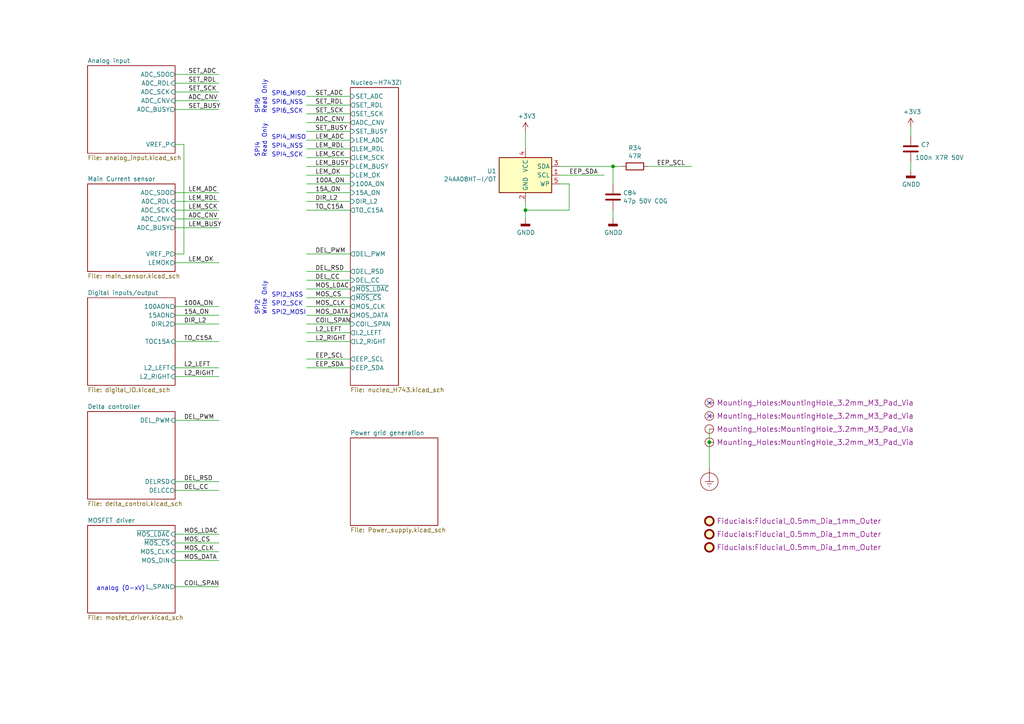
<source format=kicad_sch>
(kicad_sch (version 20230121) (generator eeschema)
  (paper "A4")
  (lib_symbols
    (symbol "Device:C" (pin_numbers hide) (pin_names (offset 0.254))
      (property "Reference" "C" (at 0.635 2.54 0))
      (property "Value" "C" (at 0.635 -2.54 0))
      (symbol "C_0_1"
        (polyline (pts (xy -2.032 -0.762) (xy 2.032 -0.762)) (stroke (width 0.508)))
        (polyline (pts (xy -2.032 0.762) (xy 2.032 0.762)) (stroke (width 0.508)))
      )
      (symbol "C_1_1"
        (pin passive line (at 0 3.81 270) (length 2.794) (name "~") (number "1"))
        (pin passive line (at 0 -3.81 90) (length 2.794) (name "~") (number "2"))
      )
    )
    (symbol "Device:R" (pin_numbers hide) (pin_names (offset 0))
      (property "Reference" "R" (at 2.032 0 90))
      (property "Value" "R" (at 0 0 90))
      (symbol "R_0_1"
        (rectangle (start -1.016 -2.54) (end 1.016 2.54) (stroke (width 0.254)))
      )
      (symbol "R_1_1"
        (pin passive line (at 0 3.81 270) (length 1.27) (name "~") (number "1"))
        (pin passive line (at 0 -3.81 90) (length 1.27) (name "~") (number "2"))
      )
    )
    (symbol "Mechanical:Fiducial"
      (property "Reference" "FID" (at 0 5.08 0))
      (property "Value" "Fiducial" (at 0 3.175 0))
      (symbol "Fiducial_0_1"
        (circle (center 0 0) (radius 1.27) (stroke (width 0.508)) (fill (type background)))
      )
    )
    (symbol "Memory_EEPROM:AT24CS01-STUM"
      (property "Reference" "U" (at -7.62 6.35 0))
      (property "Value" "AT24CS01-STUM" (at 2.54 -6.35 0))
      (symbol "AT24CS01-STUM_1_1"
        (rectangle (start -7.62 5.08) (end 7.62 -5.08) (stroke (width 0.254)) (fill (type background)))
        (pin input line (at 10.16 0 180) (length 2.54) (name "SCL") (number "1"))
        (pin power_in line (at 0 -7.62 90) (length 2.54) (name "GND") (number "2"))
        (pin bidirectional line (at 10.16 2.54 180) (length 2.54) (name "SDA") (number "3"))
        (pin power_in line (at 0 7.62 270) (length 2.54) (name "VCC") (number "4"))
        (pin input line (at 10.16 -2.54 180) (length 2.54) (name "WP") (number "5"))
      )
    )
    (symbol "ff:PAD" (pin_numbers hide) (pin_names (offset 0) hide)
      (property "Reference" "PD" (at 0 -2.54 0))
      (property "Value" "PAD" (at 0 2.54 0))
      (symbol "PAD_0_1"
        (circle (center 0 0) (radius 1.27))
      )
      (symbol "PAD_1_1"
        (pin unspecified line (at 0 0 0) (length 1.27) (name "PAD") (number "1"))
      )
    )
    (symbol "power:+3V3" (power) (pin_names (offset 0))
      (property "Value" "+3V3" (at 0 3.556 0))
      (symbol "+3V3_0_1"
        (polyline (pts (xy -0.762 1.27) (xy 0 2.54)))
        (polyline (pts (xy 0 0) (xy 0 2.54)))
        (polyline (pts (xy 0 2.54) (xy 0.762 1.27)))
      )
      (symbol "+3V3_1_1"
        (pin power_in line (at 0 0 90) (length 0) hide (name "+3V3") (number "1"))
      )
    )
    (symbol "power:Earth_Protective" (power) (pin_names (offset 0))
      (symbol "Earth_Protective_0_1"
        (circle (center 0 -3.81) (radius 2.54))
        (polyline (pts (xy -0.635 -4.445) (xy 0.635 -4.445)))
        (polyline (pts (xy -0.127 -5.08) (xy 0.127 -5.08)))
        (polyline (pts (xy 0 -3.81) (xy 0 0)))
        (polyline (pts (xy 1.27 -3.81) (xy -1.27 -3.81)))
      )
      (symbol "Earth_Protective_1_1"
        (pin power_in line (at 0 0 270) (length 0) hide (name "Earth_Protective") (number "1"))
      )
    )
    (symbol "power:GNDD" (power) (pin_names (offset 0))
      (property "Value" "GNDD" (at 0 -3.175 0))
      (symbol "GNDD_0_1"
        (rectangle (start -1.27 -1.524) (end 1.27 -2.032) (stroke (width 0.254)) (fill (type outline)))
        (polyline (pts (xy 0 0) (xy 0 -1.524)))
      )
      (symbol "GNDD_1_1"
        (pin power_in line (at 0 0 270) (length 0) hide (name "GNDD") (number "1"))
      )
    )
  )
  (junction (at 205.74 128.27))
  (junction (at 177.8 48.26))
  (junction (at 152.4 60.96))
  (no_connect (at 205.74 116.84))
  (no_connect (at 205.74 120.65))
  (wire (pts (xy 101.6 58.42) (xy 88.9 58.42)))
  (wire (pts (xy 50.8 58.42) (xy 63.5 58.42)))
  (wire (pts (xy 101.6 91.44) (xy 88.9 91.44)))
  (wire (pts (xy 205.74 128.27) (xy 205.74 135.89)))
  (wire (pts (xy 63.5 109.22) (xy 50.8 109.22)))
  (wire (pts (xy 152.4 60.96) (xy 152.4 58.42)))
  (wire (pts (xy 88.9 104.14) (xy 101.6 104.14)))
  (wire (pts (xy 63.5 162.56) (xy 50.8 162.56)))
  (wire (pts (xy 53.34 73.66) (xy 53.34 41.91)))
  (wire (pts (xy 50.8 63.5) (xy 63.5 63.5)))
  (wire (pts (xy 63.5 154.94) (xy 50.8 154.94)))
  (wire (pts (xy 63.5 121.92) (xy 50.8 121.92)))
  (wire (pts (xy 63.5 160.02) (xy 50.8 160.02)))
  (wire (pts (xy 264.16 49.53) (xy 264.16 46.99)))
  (wire (pts (xy 101.6 88.9) (xy 88.9 88.9)))
  (wire (pts (xy 63.5 21.59) (xy 50.8 21.59)))
  (wire (pts (xy 63.5 93.98) (xy 50.8 93.98)))
  (wire (pts (xy 63.5 99.06) (xy 50.8 99.06)))
  (wire (pts (xy 101.6 53.34) (xy 88.9 53.34)))
  (wire (pts (xy 101.6 60.96) (xy 88.9 60.96)))
  (wire (pts (xy 50.8 60.96) (xy 63.5 60.96)))
  (wire (pts (xy 165.1 53.34) (xy 162.56 53.34)))
  (wire (pts (xy 165.1 60.96) (xy 165.1 53.34)))
  (wire (pts (xy 63.5 76.2) (xy 50.8 76.2)))
  (wire (pts (xy 63.5 91.44) (xy 50.8 91.44)))
  (wire (pts (xy 88.9 45.72) (xy 101.6 45.72)))
  (wire (pts (xy 187.96 48.26) (xy 200.66 48.26)))
  (wire (pts (xy 101.6 99.06) (xy 88.9 99.06)))
  (wire (pts (xy 101.6 27.94) (xy 88.9 27.94)))
  (wire (pts (xy 63.5 157.48) (xy 50.8 157.48)))
  (wire (pts (xy 88.9 30.48) (xy 101.6 30.48)))
  (wire (pts (xy 101.6 78.74) (xy 88.9 78.74)))
  (wire (pts (xy 205.74 128.27) (xy 205.74 124.46)))
  (wire (pts (xy 101.6 50.8) (xy 88.9 50.8)))
  (wire (pts (xy 101.6 93.98) (xy 88.9 93.98)))
  (wire (pts (xy 177.8 48.26) (xy 180.34 48.26)))
  (wire (pts (xy 50.8 29.21) (xy 63.5 29.21)))
  (wire (pts (xy 101.6 73.66) (xy 88.9 73.66)))
  (wire (pts (xy 177.8 63.5) (xy 177.8 60.96)))
  (wire (pts (xy 101.6 86.36) (xy 88.9 86.36)))
  (wire (pts (xy 63.5 106.68) (xy 50.8 106.68)))
  (wire (pts (xy 63.5 142.24) (xy 50.8 142.24)))
  (wire (pts (xy 63.5 66.04) (xy 50.8 66.04)))
  (wire (pts (xy 50.8 26.67) (xy 63.5 26.67)))
  (wire (pts (xy 152.4 63.5) (xy 152.4 60.96)))
  (wire (pts (xy 162.56 50.8) (xy 175.26 50.8)))
  (wire (pts (xy 101.6 81.28) (xy 88.9 81.28)))
  (wire (pts (xy 101.6 55.88) (xy 88.9 55.88)))
  (wire (pts (xy 101.6 83.82) (xy 88.9 83.82)))
  (wire (pts (xy 264.16 36.83) (xy 264.16 39.37)))
  (wire (pts (xy 152.4 60.96) (xy 165.1 60.96)))
  (wire (pts (xy 63.5 55.88) (xy 50.8 55.88)))
  (wire (pts (xy 53.34 41.91) (xy 50.8 41.91)))
  (wire (pts (xy 101.6 38.1) (xy 88.9 38.1)))
  (wire (pts (xy 101.6 48.26) (xy 88.9 48.26)))
  (wire (pts (xy 63.5 170.18) (xy 50.8 170.18)))
  (wire (pts (xy 50.8 24.13) (xy 63.5 24.13)))
  (wire (pts (xy 162.56 48.26) (xy 177.8 48.26)))
  (wire (pts (xy 88.9 33.02) (xy 101.6 33.02)))
  (wire (pts (xy 88.9 106.68) (xy 101.6 106.68)))
  (wire (pts (xy 63.5 31.75) (xy 50.8 31.75)))
  (wire (pts (xy 152.4 38.1) (xy 152.4 43.18)))
  (wire (pts (xy 88.9 43.18) (xy 101.6 43.18)))
  (wire (pts (xy 63.5 88.9) (xy 50.8 88.9)))
  (wire (pts (xy 177.8 53.34) (xy 177.8 48.26)))
  (wire (pts (xy 101.6 96.52) (xy 88.9 96.52)))
  (wire (pts (xy 101.6 40.64) (xy 88.9 40.64)))
  (wire (pts (xy 63.5 139.7) (xy 50.8 139.7)))
  (wire (pts (xy 88.9 35.56) (xy 101.6 35.56)))
  (wire (pts (xy 50.8 73.66) (xy 53.34 73.66)))
  (text "analog (0-xV)" (at 27.94 171.45 0) (effects (font (size 1.27 1.27)) (justify left bottom)))
  (text "SPI2_SCK" (at 78.74 88.9 0) (effects (font (size 1.27 1.27)) (justify left bottom)))
  (text "SPI4_SCK" (at 78.74 45.72 0) (effects (font (size 1.27 1.27)) (justify left bottom)))
  (text "SPI4_MISO" (at 78.74 40.64 0) (effects (font (size 1.27 1.27)) (justify left bottom)))
  (text "SPI4_NSS" (at 78.74 43.18 0) (effects (font (size 1.27 1.27)) (justify left bottom)))
  (text "SPI2\nWrite Only" (at 77.47 91.44 90) (effects (font (size 1.27 1.27)) (justify left bottom)))
  (text "SPI6_MISO" (at 78.74 27.94 0) (effects (font (size 1.27 1.27)) (justify left bottom)))
  (text "SPI6_SCK" (at 78.74 33.02 0) (effects (font (size 1.27 1.27)) (justify left bottom)))
  (text "SPI2_MOSI" (at 78.74 91.44 0) (effects (font (size 1.27 1.27)) (justify left bottom)))
  (text "SPI2_NSS" (at 78.74 86.36 0) (effects (font (size 1.27 1.27)) (justify left bottom)))
  (text "SPI6\nRead Only" (at 77.47 33.02 90) (effects (font (size 1.27 1.27)) (justify left bottom)))
  (text "SPI4\nRead Only" (at 77.47 45.72 90) (effects (font (size 1.27 1.27)) (justify left bottom)))
  (text "SPI6_NSS" (at 78.74 30.48 0) (effects (font (size 1.27 1.27)) (justify left bottom)))
  (label "ADC_CNV" (at 54.61 63.5 0))
  (label "EEP_SCL" (at 91.44 104.14 0))
  (label "DEL_CC" (at 53.34 142.24 0))
  (label "LEM_OK" (at 91.44 50.8 0))
  (label "100A_ON" (at 53.34 88.9 0))
  (label "ADC_CNV" (at 54.61 29.21 0))
  (label "MOS_CLK" (at 91.44 88.9 0))
  (label "EEP_SCL" (at 190.5 48.26 0))
  (label "SET_BUSY" (at 91.44 38.1 0))
  (label "L2_RIGHT" (at 53.34 109.22 0))
  (label "DEL_RSD" (at 91.44 78.74 0))
  (label "LEM_SCK" (at 91.44 45.72 0))
  (label "SET_ADC" (at 54.61 21.59 0))
  (label "LEM_BUSY" (at 54.61 66.04 0))
  (label "L2_RIGHT" (at 91.44 99.06 0))
  (label "COIL_SPAN" (at 53.34 170.18 0))
  (label "SET_BUSY" (at 54.61 31.75 0))
  (label "SET_RDL" (at 91.44 30.48 0))
  (label "LEM_RDL" (at 54.61 58.42 0))
  (label "L2_LEFT" (at 53.34 106.68 0))
  (label "LEM_ADC" (at 91.44 40.64 0))
  (label "DEL_PWM" (at 53.34 121.92 0))
  (label "L2_LEFT" (at 91.44 96.52 0))
  (label "DEL_RSD" (at 53.34 139.7 0))
  (label "TO_C15A" (at 91.44 60.96 0))
  (label "MOS_LDAC" (at 91.44 83.82 0))
  (label "MOS_DATA" (at 53.34 162.56 0))
  (label "MOS_CS" (at 53.34 157.48 0))
  (label "MOS_DATA" (at 91.44 91.44 0))
  (label "SET_SCK" (at 54.61 26.67 0))
  (label "DEL_CC" (at 91.44 81.28 0))
  (label "EEP_SDA" (at 165.1 50.8 0))
  (label "SET_SCK" (at 91.44 33.02 0))
  (label "ADC_CNV" (at 91.44 35.56 0))
  (label "SET_ADC" (at 91.44 27.94 0))
  (label "DIR_L2" (at 91.44 58.42 0))
  (label "100A_ON" (at 91.44 53.34 0))
  (label "DIR_L2" (at 53.34 93.98 0))
  (label "COIL_SPAN" (at 91.44 93.98 0))
  (label "DEL_PWM" (at 91.44 73.66 0))
  (label "EEP_SDA" (at 91.44 106.68 0))
  (label "LEM_BUSY" (at 91.44 48.26 0))
  (label "LEM_OK" (at 54.61 76.2 0))
  (label "15A_ON" (at 53.34 91.44 0))
  (label "LEM_RDL" (at 91.44 43.18 0))
  (label "LEM_SCK" (at 54.61 60.96 0))
  (label "LEM_ADC" (at 54.61 55.88 0))
  (label "MOS_CS" (at 91.44 86.36 0))
  (label "15A_ON" (at 91.44 55.88 0))
  (label "MOS_LDAC" (at 53.34 154.94 0))
  (label "MOS_CLK" (at 53.34 160.02 0))
  (label "TO_C15A" (at 53.34 99.06 0))
  (label "SET_RDL" (at 54.61 24.13 0))
  (symbol (lib_id "power:GNDD") (at 152.4 63.5 0) (unit 1)
    (property "Reference" "#PWR?" (effects hide))
    (property "Value" "GNDD" (at 152.527 67.4624 0))
    (instances (project "c100AvA" (path "" (reference "#PWR?") (unit 1)) (path "" (reference "#PWR02") (unit 1))) (project "current100A_Artiq" (path "" (reference "#PWR?") (unit 1))))
  )
  (symbol (lib_id "power:+3V3") (at 152.4 38.1 0) (unit 1)
    (property "Reference" "#PWR?" (effects hide))
    (property "Value" "+3V3" (at 152.781 33.7058 0))
    (instances (project "c100AvA" (path "" (reference "#PWR?") (unit 1)) (path "" (reference "#PWR01") (unit 1))) (project "current100A_Artiq" (path "" (reference "#PWR?") (unit 1))))
  )
  (symbol (lib_id "Device:C") (at 264.16 43.18 0) (unit 1)
    (property "Reference" "C?" (at 267.081 41.9862 0) (effects (justify left)))
    (property "Value" "100n X7R 50V" (at 265.43 45.72 0) (effects (justify left)))
    (property "Footprint" "Capacitors_SMD:C_0603" (effects hide))
    (instances (project "c100AvA" (path "" (reference "C?") (unit 1)) (path "" (reference "C1") (unit 1))) (project "current100A_Artiq" (path "" (reference "C?") (unit 1))))
  )
  (symbol (lib_id "power:GNDD") (at 264.16 49.53 0) (unit 1)
    (property "Reference" "#PWR?" (effects hide))
    (property "Value" "GNDD" (at 264.287 53.4924 0))
    (instances (project "c100AvA" (path "" (reference "#PWR?") (unit 1)) (path "" (reference "#PWR04") (unit 1))) (project "current100A_Artiq" (path "" (reference "#PWR?") (unit 1))))
  )
  (symbol (lib_id "power:+3V3") (at 264.16 36.83 0) (unit 1)
    (property "Reference" "#PWR?" (effects hide))
    (property "Value" "+3V3" (at 264.541 32.4358 0))
    (instances (project "c100AvA" (path "" (reference "#PWR?") (unit 1)) (path "" (reference "#PWR03") (unit 1))) (project "current100A_Artiq" (path "" (reference "#PWR?") (unit 1))))
  )
  (symbol (lib_id "Memory_EEPROM:AT24CS01-STUM") (at 152.4 50.8 0) (unit 1)
    (property "Reference" "U1" (at 144.018 49.6062 0) (effects (justify right)))
    (property "Value" " 24AA08HT-I/OT" (at 144.018 51.9684 0) (effects (justify right)))
    (property "Footprint" "Package_TO_SOT_SMD:SOT-23-5" (effects hide))
    (property "Datasheet" "http://ww1.microchip.com/downloads/en/DeviceDoc/Atmel-8815-SEEPROM-AT24CS01-02-Datasheet.pdf" (effects hide))
  )
  (symbol (lib_id "Mechanical:Fiducial") (at 205.74 158.75 0) (unit 1)
    (property "Reference" "FID3" (effects hide))
    (property "Value" "PAD" (effects hide))
    (property "Footprint" "Fiducials:Fiducial_0.5mm_Dia_1mm_Outer" (at 207.8228 158.75 0) (effects (font (size 1.524 1.524)) (justify left)))
  )
  (symbol (lib_id "Mechanical:Fiducial") (at 205.74 154.94 0) (unit 1)
    (property "Reference" "FID2" (effects hide))
    (property "Value" "PAD" (effects hide))
    (property "Footprint" "Fiducials:Fiducial_0.5mm_Dia_1mm_Outer" (at 207.8228 154.94 0) (effects (font (size 1.524 1.524)) (justify left)))
  )
  (symbol (lib_id "Mechanical:Fiducial") (at 205.74 151.13 0) (unit 1)
    (property "Reference" "FID1" (effects hide))
    (property "Value" "PAD" (effects hide))
    (property "Footprint" "Fiducials:Fiducial_0.5mm_Dia_1mm_Outer" (at 207.8228 151.13 0) (effects (font (size 1.524 1.524)) (justify left)))
  )
  (symbol (lib_id "ff:PAD") (at 205.74 116.84 0) (unit 1)
    (property "Reference" "PD4" (effects hide))
    (property "Value" "PAD" (effects hide))
    (property "Footprint" "Mounting_Holes:MountingHole_3.2mm_M3_Pad_Via" (at 207.8228 116.84 0) (effects (font (size 1.524 1.524)) (justify left)))
  )
  (symbol (lib_id "ff:PAD") (at 205.74 128.27 0) (unit 1)
    (property "Reference" "PD3" (effects hide))
    (property "Value" "PAD" (effects hide))
    (property "Footprint" "Mounting_Holes:MountingHole_3.2mm_M3_Pad_Via" (at 207.8228 128.27 0) (effects (font (size 1.524 1.524)) (justify left)))
  )
  (symbol (lib_id "ff:PAD") (at 205.74 120.65 0) (unit 1)
    (property "Reference" "PD2" (effects hide))
    (property "Value" "PAD" (effects hide))
    (property "Footprint" "Mounting_Holes:MountingHole_3.2mm_M3_Pad_Via" (at 207.8228 120.65 0) (effects (font (size 1.524 1.524)) (justify left)))
  )
  (symbol (lib_id "ff:PAD") (at 205.74 124.46 0) (unit 1)
    (property "Reference" "PD1" (effects hide))
    (property "Value" "PAD" (effects hide))
    (property "Footprint" "Mounting_Holes:MountingHole_3.2mm_M3_Pad_Via" (at 207.8228 124.46 0) (effects (font (size 1.524 1.524)) (justify left)))
  )
  (symbol (lib_id "power:Earth_Protective") (at 205.74 135.89 0) (unit 1)
    (property "Reference" "#PWR035" (effects hide))
    (property "Value" "Earth_Protective" (effects hide))
  )
  (symbol (lib_id "Device:C") (at 177.8 57.15 0) (unit 1)
    (property "Reference" "C84" (at 180.721 55.9562 0) (effects (justify left)))
    (property "Value" "47p 50V C0G" (at 180.721 58.3184 0) (effects (justify left)))
    (property "Footprint" "Capacitors_SMD:C_0603" (effects hide))
  )
  (symbol (lib_id "Device:R") (at 184.15 48.26 270) (unit 1)
    (property "Reference" "R34" (at 184.15 42.926 90))
    (property "Value" "47R" (at 184.15 45.2882 90))
    (property "Footprint" "Resistors_SMD:R_0603" (effects hide))
  )
  (symbol (lib_id "power:GNDD") (at 177.8 63.5 0) (unit 1)
    (property "Reference" "#PWR?" (effects hide))
    (property "Value" "GNDD" (at 177.927 67.4624 0))
    (instances (project "c100AvA" (path "" (reference "#PWR?") (unit 1)) (path "" (reference "#PWR092") (unit 1))) (project "current100A_Artiq" (path "" (reference "#PWR?") (unit 1))))
  )
  (sheet (at 25.4 53.34) (size 25.4 25.4)
    (property "Sheetname" "Main Current sensor" (at 25.4 52.6284 0) (effects (justify left bottom)))
    (property "Sheetfile" "main_sensor.kicad_sch" (at 25.4 79.3246 0) (effects (justify left top)))
    (pin "LEMOK" output (at 50.8 76.2 0))
    (pin "VREF_P" output (at 50.8 73.66 0))
    (pin "ADC_SDO" output (at 50.8 55.88 0))
    (pin "ADC_RDL" input (at 50.8 58.42 0))
    (pin "ADC_SCK" input (at 50.8 60.96 0))
    (pin "ADC_CNV" input (at 50.8 63.5 0))
    (pin "ADC_BUSY" output (at 50.8 66.04 0))
  )
  (sheet (at 25.4 19.05) (size 25.4 25.4)
    (property "Sheetname" "Analog input" (at 25.4 18.3384 0) (effects (justify left bottom)))
    (property "Sheetfile" "analog_input.kicad_sch" (at 25.4 45.0346 0) (effects (justify left top)))
    (pin "VREF_P" input (at 50.8 41.91 0))
    (pin "ADC_SDO" output (at 50.8 21.59 0))
    (pin "ADC_RDL" input (at 50.8 24.13 0))
    (pin "ADC_SCK" input (at 50.8 26.67 0))
    (pin "ADC_CNV" input (at 50.8 29.21 0))
    (pin "ADC_BUSY" output (at 50.8 31.75 0))
  )
  (sheet (at 25.4 86.36) (size 25.4 25.4)
    (property "Sheetname" "Digital inputs/output" (at 25.4 85.6484 0) (effects (justify left bottom)))
    (property "Sheetfile" "digital_IO.kicad_sch" (at 25.4 112.3446 0) (effects (justify left top)))
    (pin "100AON" output (at 50.8 88.9 0))
    (pin "15AON" output (at 50.8 91.44 0))
    (pin "DIRL2" output (at 50.8 93.98 0))
    (pin "TOC15A" input (at 50.8 99.06 0))
    (pin "L2_LEFT" input (at 50.8 106.68 0))
    (pin "L2_RIGHT" input (at 50.8 109.22 0))
  )
  (sheet (at 101.6 25.4) (size 13.97 86.36)
    (property "Sheetname" "Nucleo-H743ZI" (at 101.6 24.6884 0) (effects (justify left bottom)))
    (property "Sheetfile" "nucleo_H743.kicad_sch" (at 101.6 112.3446 0) (effects (justify left top)))
    (pin "SET_ADC" input (at 101.6 27.94 180))
    (pin "SET_RDL" output (at 101.6 30.48 180))
    (pin "SET_SCK" output (at 101.6 33.02 180))
    (pin "ADC_CNV" output (at 101.6 35.56 180))
    (pin "SET_BUSY" input (at 101.6 38.1 180))
    (pin "LEM_ADC" input (at 101.6 40.64 180))
    (pin "LEM_RDL" output (at 101.6 43.18 180))
    (pin "LEM_SCK" output (at 101.6 45.72 180))
    (pin "LEM_BUSY" input (at 101.6 48.26 180))
    (pin "LEM_OK" input (at 101.6 50.8 180))
    (pin "100A_ON" input (at 101.6 53.34 180))
    (pin "15A_ON" input (at 101.6 55.88 180))
    (pin "DIR_L2" input (at 101.6 58.42 180))
    (pin "TO_C15A" output (at 101.6 60.96 180))
    (pin "DEL_RSD" output (at 101.6 78.74 180))
    (pin "DEL_CC" input (at 101.6 81.28 180))
    (pin "~{MOS_LDAC}" output (at 101.6 83.82 180))
    (pin "~{MOS_CS}" output (at 101.6 86.36 180))
    (pin "MOS_CLK" output (at 101.6 88.9 180))
    (pin "MOS_DATA" output (at 101.6 91.44 180))
    (pin "COIL_SPAN" input (at 101.6 93.98 180))
    (pin "L2_LEFT" output (at 101.6 96.52 180))
    (pin "L2_RIGHT" output (at 101.6 99.06 180))
    (pin "EEP_SCL" output (at 101.6 104.14 180))
    (pin "EEP_SDA" bidirectional (at 101.6 106.68 180))
    (pin "DEL_PWM" output (at 101.6 73.66 180))
  )
  (sheet (at 25.4 119.38) (size 25.4 25.4)
    (property "Sheetname" "Delta controller" (at 25.4 118.6684 0) (effects (justify left bottom)))
    (property "Sheetfile" "delta_control.kicad_sch" (at 25.4 145.3646 0) (effects (justify left top)))
    (pin "DELRSD" input (at 50.8 139.7 0))
    (pin "DELCC" output (at 50.8 142.24 0))
    (pin "DEL_PWM" input (at 50.8 121.92 0))
  )
  (sheet (at 101.6 127) (size 25.4 25.4)
    (property "Sheetname" "Power grid generation" (at 101.6 126.2884 0) (effects (justify left bottom)))
    (property "Sheetfile" "Power_supply.kicad_sch" (at 101.6 152.9846 0) (effects (justify left top)))
  )
  (sheet (at 25.4 152.4) (size 25.4 25.4)
    (property "Sheetname" "MOSFET driver" (at 25.4 151.6884 0) (effects (justify left bottom)))
    (property "Sheetfile" "mosfet_driver.kicad_sch" (at 25.4 178.3846 0) (effects (justify left top)))
    (pin "~{MOS_LDAC}" input (at 50.8 154.94 0))
    (pin "~{MOS_CS}" input (at 50.8 157.48 0))
    (pin "MOS_CLK" input (at 50.8 160.02 0))
    (pin "MOS_DIN" input (at 50.8 162.56 0))
    (pin "L_SPAN" output (at 50.8 170.18 0))
  )
)
</source>
